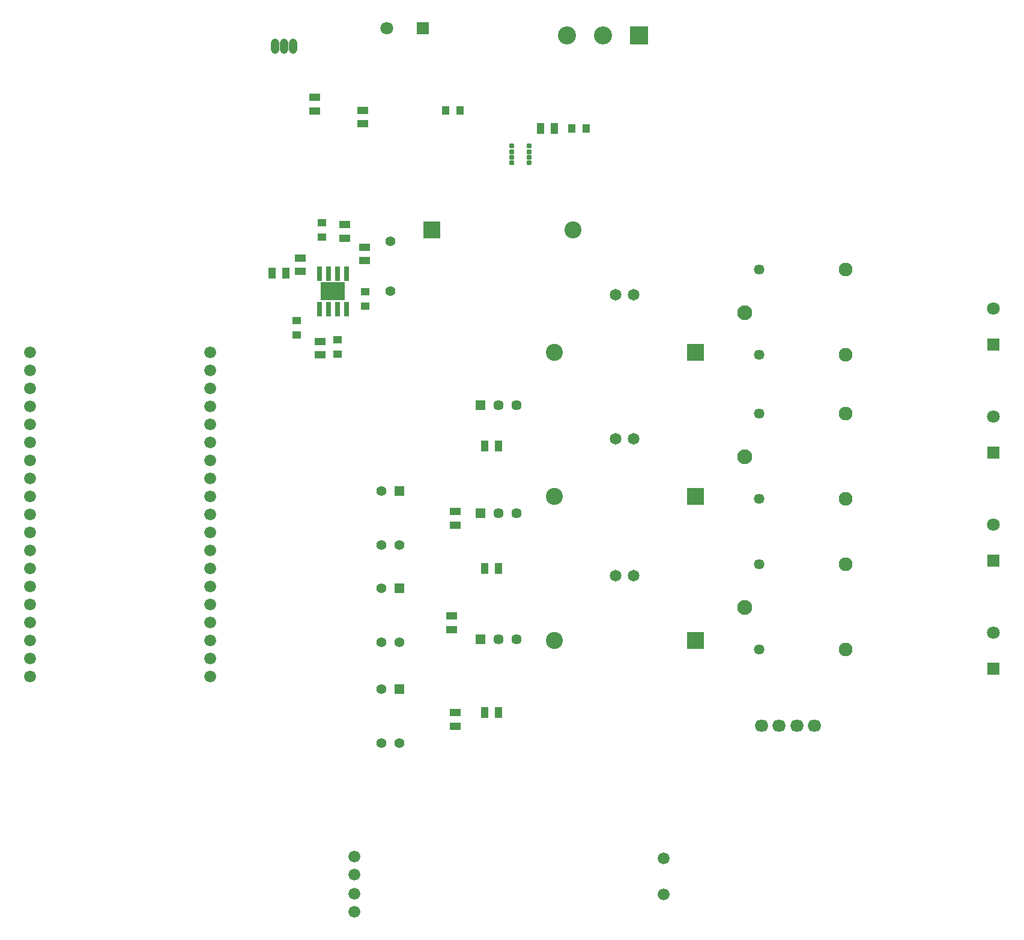
<source format=gts>
G04*
G04 #@! TF.GenerationSoftware,Altium Limited,Altium Designer,25.5.2 (35)*
G04*
G04 Layer_Color=8388736*
%FSLAX44Y44*%
%MOMM*%
G71*
G04*
G04 #@! TF.SameCoordinates,152D6A4D-AA4F-4EEC-A116-D63785992ADA*
G04*
G04*
G04 #@! TF.FilePolarity,Negative*
G04*
G01*
G75*
%ADD16R,1.0000X1.2500*%
G04:AMPARAMS|DCode=17|XSize=0.65mm|YSize=0.65mm|CornerRadius=0.1375mm|HoleSize=0mm|Usage=FLASHONLY|Rotation=90.000|XOffset=0mm|YOffset=0mm|HoleType=Round|Shape=RoundedRectangle|*
%AMROUNDEDRECTD17*
21,1,0.6500,0.3750,0,0,90.0*
21,1,0.3750,0.6500,0,0,90.0*
1,1,0.2750,0.1875,0.1875*
1,1,0.2750,0.1875,-0.1875*
1,1,0.2750,-0.1875,-0.1875*
1,1,0.2750,-0.1875,0.1875*
%
%ADD17ROUNDEDRECTD17*%
%ADD18R,1.5300X1.0700*%
%ADD19R,1.2500X1.0000*%
%ADD20R,1.0700X1.5300*%
%ADD21R,0.7500X2.1200*%
%ADD22R,3.4500X2.5600*%
%ADD23R,1.4100X1.4100*%
%ADD24C,1.4100*%
%ADD25O,1.1500X2.1500*%
%ADD26O,1.1500X2.1500*%
%ADD27R,2.5500X2.5500*%
%ADD28C,1.8000*%
%ADD29C,2.4000*%
%ADD30R,1.4480X1.4480*%
%ADD31O,1.9280X1.6740*%
%ADD32C,1.6740*%
%ADD33R,2.4000X2.4000*%
%ADD34C,1.6500*%
%ADD35C,1.4480*%
%ADD36R,1.8000X1.8000*%
%ADD37C,2.5500*%
%ADD38C,1.4580*%
%ADD39C,1.9500*%
%ADD40C,2.1000*%
%ADD41R,1.8000X1.8000*%
%ADD42C,1.4080*%
D16*
X808830Y1002030D02*
D03*
X631030Y1027430D02*
D03*
X788830Y1002030D02*
D03*
X611030Y1027430D02*
D03*
D17*
X728280Y961200D02*
D03*
X704280Y953200D02*
D03*
X728280Y969200D02*
D03*
Y953200D02*
D03*
X704280Y977200D02*
D03*
Y969200D02*
D03*
Y961200D02*
D03*
X728280Y977400D02*
D03*
D18*
X468630Y847050D02*
D03*
X434340Y682600D02*
D03*
X426720Y1045870D02*
D03*
X468630Y866150D02*
D03*
X496570Y815300D02*
D03*
Y834400D02*
D03*
X434340Y701700D02*
D03*
X406400Y819160D02*
D03*
Y800060D02*
D03*
X494030Y1027430D02*
D03*
X426720Y1026770D02*
D03*
X624840Y442570D02*
D03*
X619760Y295250D02*
D03*
X624840Y158700D02*
D03*
X619760Y314350D02*
D03*
X624840Y177800D02*
D03*
Y461670D02*
D03*
X494030Y1008330D02*
D03*
D19*
X458470Y683420D02*
D03*
X436880Y848520D02*
D03*
X401320Y710710D02*
D03*
X436880Y868520D02*
D03*
X497840Y751350D02*
D03*
Y771350D02*
D03*
X458470Y703420D02*
D03*
X401320Y730710D02*
D03*
D20*
X366370Y798180D02*
D03*
X685190Y381000D02*
D03*
X666090D02*
D03*
X685190Y553720D02*
D03*
X666090D02*
D03*
X385470Y798180D02*
D03*
X685190Y177800D02*
D03*
X666090D02*
D03*
X763930Y1002030D02*
D03*
X744830D02*
D03*
D21*
X445770Y796910D02*
D03*
X433070Y747410D02*
D03*
X471170Y796910D02*
D03*
Y747410D02*
D03*
X458470D02*
D03*
X445770D02*
D03*
X433070Y796910D02*
D03*
X458470D02*
D03*
D22*
X452120Y772160D02*
D03*
D23*
X546100Y353060D02*
D03*
Y490220D02*
D03*
Y210820D02*
D03*
D24*
X520700Y353060D02*
D03*
Y276860D02*
D03*
X546100D02*
D03*
X520700Y490220D02*
D03*
Y414020D02*
D03*
X546100D02*
D03*
X520700Y210820D02*
D03*
Y134620D02*
D03*
X546100D02*
D03*
D25*
X396240Y1117600D02*
D03*
X370840D02*
D03*
D26*
X383540D02*
D03*
D27*
X883920Y1132840D02*
D03*
D28*
X528320Y1143000D02*
D03*
X1383030Y443230D02*
D03*
Y290830D02*
D03*
Y595630D02*
D03*
Y748030D02*
D03*
D29*
X790380Y858520D02*
D03*
X764100Y685800D02*
D03*
Y279400D02*
D03*
Y482600D02*
D03*
D30*
X660400Y611700D02*
D03*
Y459300D02*
D03*
Y281500D02*
D03*
D31*
X1105916Y159258D02*
D03*
X1130808D02*
D03*
X1080770D02*
D03*
X1056132D02*
D03*
D32*
X482600Y-25400D02*
D03*
X279400Y533400D02*
D03*
Y381000D02*
D03*
X482600Y-102870D02*
D03*
Y-77470D02*
D03*
Y-50800D02*
D03*
X918210Y-78740D02*
D03*
Y-27940D02*
D03*
X25400Y685800D02*
D03*
Y482600D02*
D03*
Y228600D02*
D03*
Y660400D02*
D03*
Y635000D02*
D03*
Y609600D02*
D03*
Y584200D02*
D03*
Y558800D02*
D03*
Y533400D02*
D03*
Y508000D02*
D03*
Y457200D02*
D03*
Y431800D02*
D03*
Y406400D02*
D03*
Y381000D02*
D03*
Y355600D02*
D03*
Y330200D02*
D03*
Y304800D02*
D03*
Y279400D02*
D03*
Y254000D02*
D03*
X279400Y660400D02*
D03*
Y635000D02*
D03*
Y584200D02*
D03*
Y558800D02*
D03*
Y609600D02*
D03*
Y685800D02*
D03*
Y228600D02*
D03*
Y355600D02*
D03*
Y406400D02*
D03*
Y431800D02*
D03*
Y457200D02*
D03*
Y482600D02*
D03*
Y508000D02*
D03*
Y254000D02*
D03*
Y279400D02*
D03*
Y304800D02*
D03*
Y330200D02*
D03*
D33*
X963100Y685800D02*
D03*
Y279400D02*
D03*
Y482600D02*
D03*
X591380Y858520D02*
D03*
D34*
X850900Y370840D02*
D03*
X876300D02*
D03*
X850900Y563880D02*
D03*
X876300D02*
D03*
X850900Y767080D02*
D03*
X876300D02*
D03*
D35*
X711200Y611700D02*
D03*
X685800D02*
D03*
X711200Y459300D02*
D03*
X685800D02*
D03*
X711200Y281500D02*
D03*
X685800D02*
D03*
D36*
X579120Y1143000D02*
D03*
D37*
X833120Y1132840D02*
D03*
X782320D02*
D03*
D38*
X1052790Y267350D02*
D03*
Y387350D02*
D03*
Y802950D02*
D03*
Y599750D02*
D03*
Y479750D02*
D03*
Y682950D02*
D03*
D39*
X1174790Y387350D02*
D03*
Y267350D02*
D03*
Y599750D02*
D03*
Y479750D02*
D03*
Y682950D02*
D03*
Y802950D02*
D03*
D40*
X1032790Y326150D02*
D03*
Y538550D02*
D03*
Y741750D02*
D03*
D41*
X1383030Y392430D02*
D03*
Y240030D02*
D03*
Y544830D02*
D03*
Y697230D02*
D03*
D42*
X533400Y842720D02*
D03*
Y772720D02*
D03*
M02*

</source>
